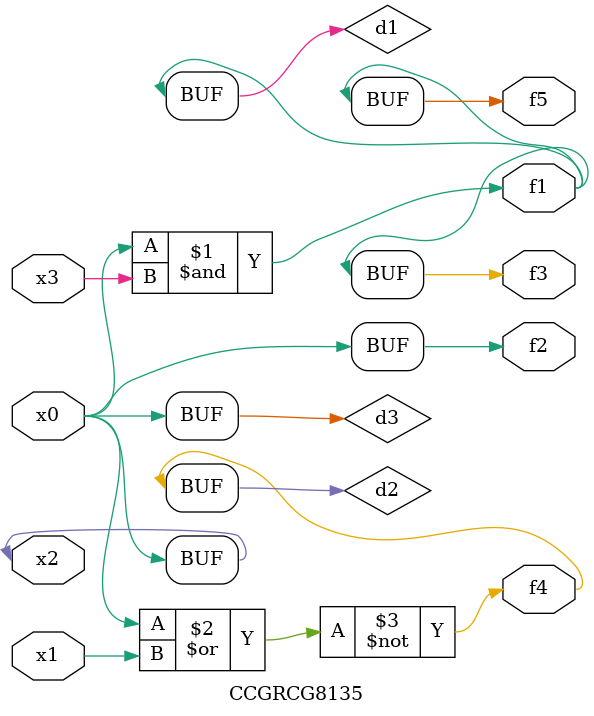
<source format=v>
module CCGRCG8135(
	input x0, x1, x2, x3,
	output f1, f2, f3, f4, f5
);

	wire d1, d2, d3;

	and (d1, x2, x3);
	nor (d2, x0, x1);
	buf (d3, x0, x2);
	assign f1 = d1;
	assign f2 = d3;
	assign f3 = d1;
	assign f4 = d2;
	assign f5 = d1;
endmodule

</source>
